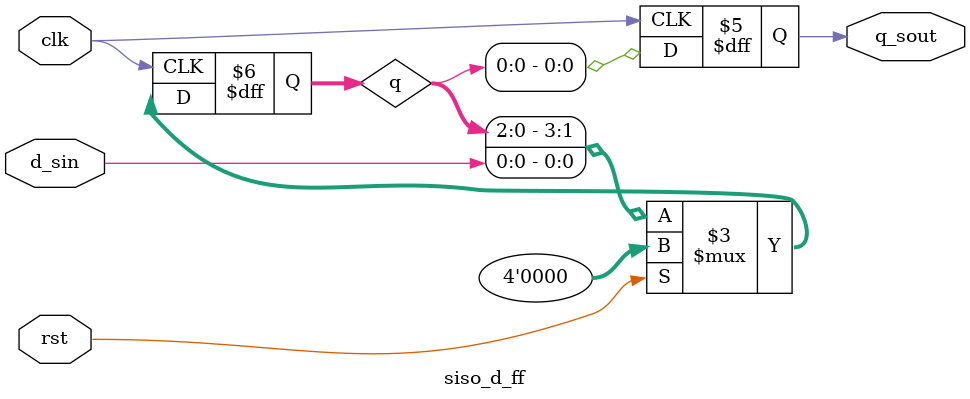
<source format=v>
module siso_d_ff(input d_sin,clk,rst,
                 output reg q_sout); 
  reg [3:0] q;
  always @(posedge clk) begin

    if (rst) begin
      q <= {4{1'b0}};
      q_sout<= 1'b0;
    end
    else
      q<={q[2:0],d_sin};
     q_sout<=q[0];
   end
endmodule

</source>
